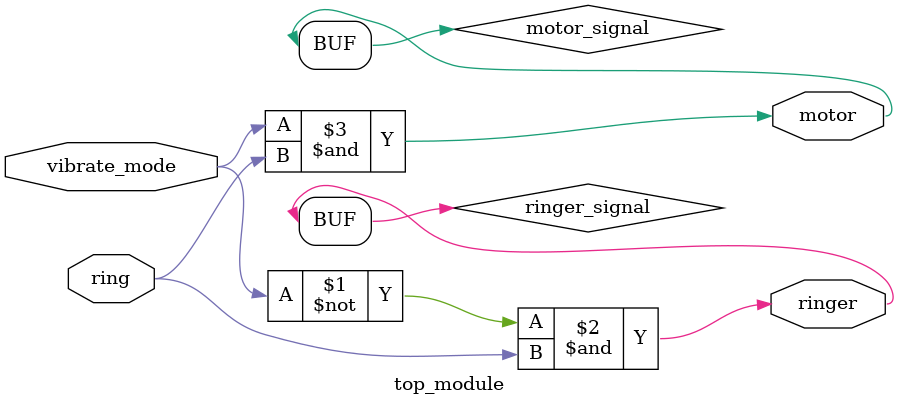
<source format=sv>
module top_module(
	input ring, 
	input vibrate_mode,
	output ringer,
	output motor
);

// Declare internal wire
wire ringer_signal;
wire motor_signal;

// Control logic
assign ringer_signal = ~vibrate_mode & ring;
assign motor_signal = vibrate_mode & ring;

// Output assignment
assign ringer = ringer_signal;
assign motor = motor_signal;

endmodule

</source>
